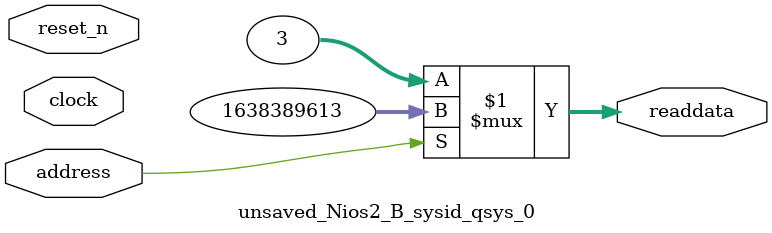
<source format=v>



// synthesis translate_off
`timescale 1ns / 1ps
// synthesis translate_on

// turn off superfluous verilog processor warnings 
// altera message_level Level1 
// altera message_off 10034 10035 10036 10037 10230 10240 10030 

module unsaved_Nios2_B_sysid_qsys_0 (
               // inputs:
                address,
                clock,
                reset_n,

               // outputs:
                readdata
             )
;

  output  [ 31: 0] readdata;
  input            address;
  input            clock;
  input            reset_n;

  wire    [ 31: 0] readdata;
  //control_slave, which is an e_avalon_slave
  assign readdata = address ? 1638389613 : 3;

endmodule



</source>
